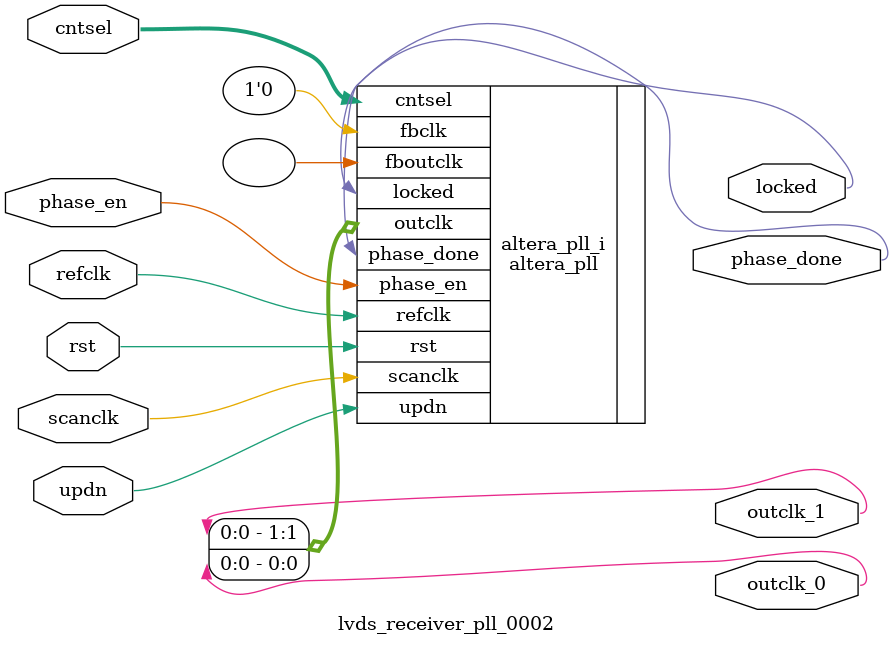
<source format=v>
`timescale 1ns/10ps
module  lvds_receiver_pll_0002(

	// interface 'refclk'
	input wire refclk,

	// interface 'reset'
	input wire rst,

	// interface 'outclk0'
	output wire outclk_0,

	// interface 'outclk1'
	output wire outclk_1,

	// interface 'locked'
	output wire locked,

	// interface 'phase_en'
	input wire phase_en,

	// interface 'scanclk'
	input wire scanclk,

	// interface 'updn'
	input wire updn,

	// interface 'cntsel'
	input wire [4:0] cntsel,

	// interface 'phase_done'
	output wire phase_done
);

	altera_pll #(
		.fractional_vco_multiplier("false"),
		.reference_clock_frequency("74.25 MHz"),
		.pll_fractional_cout(32),
		.pll_dsm_out_sel("1st_order"),
		.operation_mode("direct"),
		.number_of_clocks(2),
		.output_clock_frequency0("519.750000 MHz"),
		.phase_shift0("0 ps"),
		.duty_cycle0(50),
		.output_clock_frequency1("74.250000 MHz"),
		.phase_shift1("0 ps"),
		.duty_cycle1(50),
		.output_clock_frequency2("0 MHz"),
		.phase_shift2("0 ps"),
		.duty_cycle2(50),
		.output_clock_frequency3("0 MHz"),
		.phase_shift3("0 ps"),
		.duty_cycle3(50),
		.output_clock_frequency4("0 MHz"),
		.phase_shift4("0 ps"),
		.duty_cycle4(50),
		.output_clock_frequency5("0 MHz"),
		.phase_shift5("0 ps"),
		.duty_cycle5(50),
		.output_clock_frequency6("0 MHz"),
		.phase_shift6("0 ps"),
		.duty_cycle6(50),
		.output_clock_frequency7("0 MHz"),
		.phase_shift7("0 ps"),
		.duty_cycle7(50),
		.output_clock_frequency8("0 MHz"),
		.phase_shift8("0 ps"),
		.duty_cycle8(50),
		.output_clock_frequency9("0 MHz"),
		.phase_shift9("0 ps"),
		.duty_cycle9(50),
		.output_clock_frequency10("0 MHz"),
		.phase_shift10("0 ps"),
		.duty_cycle10(50),
		.output_clock_frequency11("0 MHz"),
		.phase_shift11("0 ps"),
		.duty_cycle11(50),
		.output_clock_frequency12("0 MHz"),
		.phase_shift12("0 ps"),
		.duty_cycle12(50),
		.output_clock_frequency13("0 MHz"),
		.phase_shift13("0 ps"),
		.duty_cycle13(50),
		.output_clock_frequency14("0 MHz"),
		.phase_shift14("0 ps"),
		.duty_cycle14(50),
		.output_clock_frequency15("0 MHz"),
		.phase_shift15("0 ps"),
		.duty_cycle15(50),
		.output_clock_frequency16("0 MHz"),
		.phase_shift16("0 ps"),
		.duty_cycle16(50),
		.output_clock_frequency17("0 MHz"),
		.phase_shift17("0 ps"),
		.duty_cycle17(50),
		.pll_type("Cyclone V"),
		.pll_subtype("DPS"),
		.m_cnt_hi_div(4),
		.m_cnt_lo_div(3),
		.n_cnt_hi_div(256),
		.n_cnt_lo_div(256),
		.m_cnt_bypass_en("false"),
		.n_cnt_bypass_en("true"),
		.m_cnt_odd_div_duty_en("true"),
		.n_cnt_odd_div_duty_en("false"),
		.c_cnt_hi_div0(256),
		.c_cnt_lo_div0(256),
		.c_cnt_prst0(1),
		.c_cnt_ph_mux_prst0(0),
		.c_cnt_in_src0("ph_mux_clk"),
		.c_cnt_bypass_en0("true"),
		.c_cnt_odd_div_duty_en0("false"),
		.c_cnt_hi_div1(4),
		.c_cnt_lo_div1(3),
		.c_cnt_prst1(1),
		.c_cnt_ph_mux_prst1(0),
		.c_cnt_in_src1("ph_mux_clk"),
		.c_cnt_bypass_en1("false"),
		.c_cnt_odd_div_duty_en1("true"),
		.c_cnt_hi_div2(1),
		.c_cnt_lo_div2(1),
		.c_cnt_prst2(1),
		.c_cnt_ph_mux_prst2(0),
		.c_cnt_in_src2("ph_mux_clk"),
		.c_cnt_bypass_en2("true"),
		.c_cnt_odd_div_duty_en2("false"),
		.c_cnt_hi_div3(1),
		.c_cnt_lo_div3(1),
		.c_cnt_prst3(1),
		.c_cnt_ph_mux_prst3(0),
		.c_cnt_in_src3("ph_mux_clk"),
		.c_cnt_bypass_en3("true"),
		.c_cnt_odd_div_duty_en3("false"),
		.c_cnt_hi_div4(1),
		.c_cnt_lo_div4(1),
		.c_cnt_prst4(1),
		.c_cnt_ph_mux_prst4(0),
		.c_cnt_in_src4("ph_mux_clk"),
		.c_cnt_bypass_en4("true"),
		.c_cnt_odd_div_duty_en4("false"),
		.c_cnt_hi_div5(1),
		.c_cnt_lo_div5(1),
		.c_cnt_prst5(1),
		.c_cnt_ph_mux_prst5(0),
		.c_cnt_in_src5("ph_mux_clk"),
		.c_cnt_bypass_en5("true"),
		.c_cnt_odd_div_duty_en5("false"),
		.c_cnt_hi_div6(1),
		.c_cnt_lo_div6(1),
		.c_cnt_prst6(1),
		.c_cnt_ph_mux_prst6(0),
		.c_cnt_in_src6("ph_mux_clk"),
		.c_cnt_bypass_en6("true"),
		.c_cnt_odd_div_duty_en6("false"),
		.c_cnt_hi_div7(1),
		.c_cnt_lo_div7(1),
		.c_cnt_prst7(1),
		.c_cnt_ph_mux_prst7(0),
		.c_cnt_in_src7("ph_mux_clk"),
		.c_cnt_bypass_en7("true"),
		.c_cnt_odd_div_duty_en7("false"),
		.c_cnt_hi_div8(1),
		.c_cnt_lo_div8(1),
		.c_cnt_prst8(1),
		.c_cnt_ph_mux_prst8(0),
		.c_cnt_in_src8("ph_mux_clk"),
		.c_cnt_bypass_en8("true"),
		.c_cnt_odd_div_duty_en8("false"),
		.c_cnt_hi_div9(1),
		.c_cnt_lo_div9(1),
		.c_cnt_prst9(1),
		.c_cnt_ph_mux_prst9(0),
		.c_cnt_in_src9("ph_mux_clk"),
		.c_cnt_bypass_en9("true"),
		.c_cnt_odd_div_duty_en9("false"),
		.c_cnt_hi_div10(1),
		.c_cnt_lo_div10(1),
		.c_cnt_prst10(1),
		.c_cnt_ph_mux_prst10(0),
		.c_cnt_in_src10("ph_mux_clk"),
		.c_cnt_bypass_en10("true"),
		.c_cnt_odd_div_duty_en10("false"),
		.c_cnt_hi_div11(1),
		.c_cnt_lo_div11(1),
		.c_cnt_prst11(1),
		.c_cnt_ph_mux_prst11(0),
		.c_cnt_in_src11("ph_mux_clk"),
		.c_cnt_bypass_en11("true"),
		.c_cnt_odd_div_duty_en11("false"),
		.c_cnt_hi_div12(1),
		.c_cnt_lo_div12(1),
		.c_cnt_prst12(1),
		.c_cnt_ph_mux_prst12(0),
		.c_cnt_in_src12("ph_mux_clk"),
		.c_cnt_bypass_en12("true"),
		.c_cnt_odd_div_duty_en12("false"),
		.c_cnt_hi_div13(1),
		.c_cnt_lo_div13(1),
		.c_cnt_prst13(1),
		.c_cnt_ph_mux_prst13(0),
		.c_cnt_in_src13("ph_mux_clk"),
		.c_cnt_bypass_en13("true"),
		.c_cnt_odd_div_duty_en13("false"),
		.c_cnt_hi_div14(1),
		.c_cnt_lo_div14(1),
		.c_cnt_prst14(1),
		.c_cnt_ph_mux_prst14(0),
		.c_cnt_in_src14("ph_mux_clk"),
		.c_cnt_bypass_en14("true"),
		.c_cnt_odd_div_duty_en14("false"),
		.c_cnt_hi_div15(1),
		.c_cnt_lo_div15(1),
		.c_cnt_prst15(1),
		.c_cnt_ph_mux_prst15(0),
		.c_cnt_in_src15("ph_mux_clk"),
		.c_cnt_bypass_en15("true"),
		.c_cnt_odd_div_duty_en15("false"),
		.c_cnt_hi_div16(1),
		.c_cnt_lo_div16(1),
		.c_cnt_prst16(1),
		.c_cnt_ph_mux_prst16(0),
		.c_cnt_in_src16("ph_mux_clk"),
		.c_cnt_bypass_en16("true"),
		.c_cnt_odd_div_duty_en16("false"),
		.c_cnt_hi_div17(1),
		.c_cnt_lo_div17(1),
		.c_cnt_prst17(1),
		.c_cnt_ph_mux_prst17(0),
		.c_cnt_in_src17("ph_mux_clk"),
		.c_cnt_bypass_en17("true"),
		.c_cnt_odd_div_duty_en17("false"),
		.pll_vco_div(2),
		.pll_cp_current(20),
		.pll_bwctrl(2000),
		.pll_output_clk_frequency("519.75 MHz"),
		.pll_fractional_division("1"),
		.mimic_fbclk_type("none"),
		.pll_fbclk_mux_1("glb"),
		.pll_fbclk_mux_2("m_cnt"),
		.pll_m_cnt_in_src("ph_mux_clk"),
		.pll_slf_rst("false")
	) altera_pll_i (
		.rst	(rst),
		.cntsel	(cntsel),
		.outclk	({outclk_1, outclk_0}),
		.locked	(locked),
		.phase_done	(phase_done),
		.fboutclk	( ),
		.fbclk	(1'b0),
		.refclk	(refclk),
		.phase_en	(phase_en),
		.scanclk	(scanclk),
		.updn	(updn)
	);
endmodule


</source>
